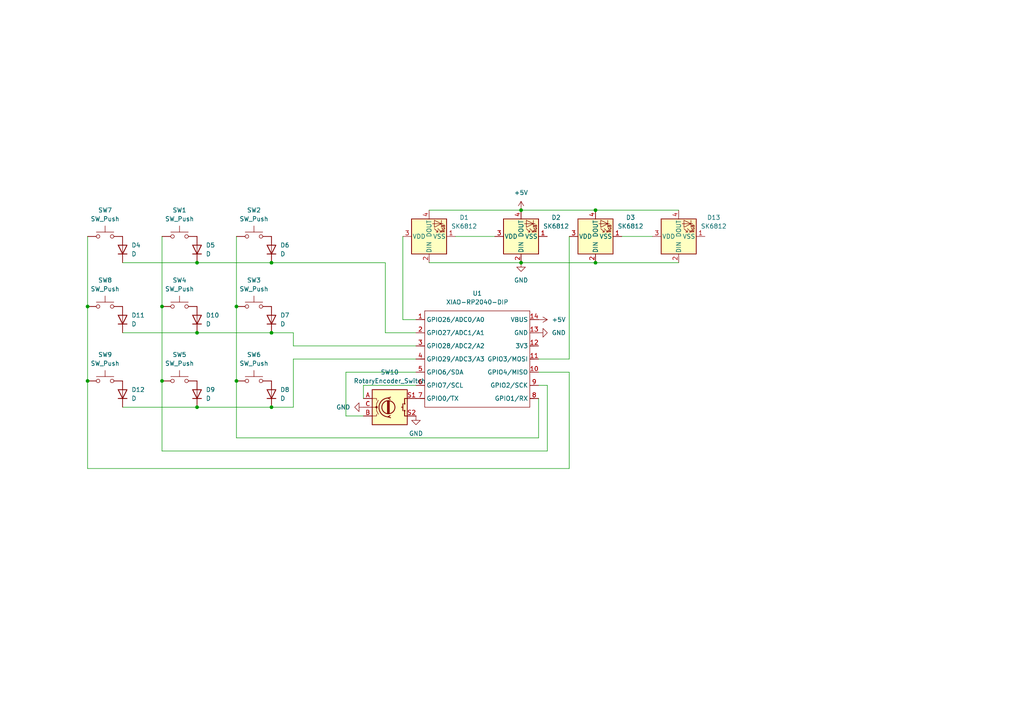
<source format=kicad_sch>
(kicad_sch (version 20231120) (generator "eeschema") (generator_version "8.0")
  (paper "A4")
  (lib_symbols
    (symbol "Device:D" (pin_numbers hide) (pin_names (offset 1.016) hide)
      (property "Reference" "D" (at 0 2.54 0))
      (property "Value" "D" (at 0 -2.54 0))
      (symbol "D_0_1"
        (polyline (pts (xy -1.27 1.27) (xy -1.27 -1.27)) (stroke (width 0.254)))
        (polyline (pts (xy 1.27 0) (xy -1.27 0)))
        (polyline (pts (xy 1.27 1.27) (xy 1.27 -1.27) (xy -1.27 0) (xy 1.27 1.27)) (stroke (width 0.254)))
      )
      (symbol "D_1_1"
        (pin passive line (at -3.81 0 0) (length 2.54) (name "K") (number "1"))
        (pin passive line (at 3.81 0 180) (length 2.54) (name "A") (number "2"))
      )
    )
    (symbol "Device:RotaryEncoder_Switch" (pin_names (offset 0.254) hide)
      (property "Reference" "SW" (at 0 6.604 0))
      (property "Value" "RotaryEncoder_Switch" (at 0 -6.604 0))
      (symbol "RotaryEncoder_Switch_0_1"
        (rectangle (start -5.08 5.08) (end 5.08 -5.08) (stroke (width 0.254)) (fill (type background)))
        (circle (center -3.81 0) (radius 0.254) (fill (type outline)))
        (circle (center -0.381 0) (radius 1.905) (stroke (width 0.254)))
        (arc (start -0.381 2.667) (mid -3.0988 -0.0635) (end -0.381 -2.794) (stroke (width 0.254)))
        (polyline (pts (xy -0.635 -1.778) (xy -0.635 1.778)) (stroke (width 0.254)))
        (polyline (pts (xy -0.381 -1.778) (xy -0.381 1.778)) (stroke (width 0.254)))
        (polyline (pts (xy -0.127 1.778) (xy -0.127 -1.778)) (stroke (width 0.254)))
        (polyline (pts (xy 3.81 0) (xy 3.429 0)) (stroke (width 0.254)))
        (polyline (pts (xy 3.81 1.016) (xy 3.81 -1.016)) (stroke (width 0.254)))
        (polyline (pts (xy -5.08 -2.54) (xy -3.81 -2.54) (xy -3.81 -2.032)))
        (polyline (pts (xy -5.08 2.54) (xy -3.81 2.54) (xy -3.81 2.032)))
        (polyline (pts (xy 0.254 -3.048) (xy -0.508 -2.794) (xy 0.127 -2.413)) (stroke (width 0.254)))
        (polyline (pts (xy 0.254 2.921) (xy -0.508 2.667) (xy 0.127 2.286)) (stroke (width 0.254)))
        (polyline (pts (xy 5.08 -2.54) (xy 4.318 -2.54) (xy 4.318 -1.016)) (stroke (width 0.254)))
        (polyline (pts (xy 5.08 2.54) (xy 4.318 2.54) (xy 4.318 1.016)) (stroke (width 0.254)))
        (polyline (pts (xy -5.08 0) (xy -3.81 0) (xy -3.81 -1.016) (xy -3.302 -2.032)))
        (polyline (pts (xy -4.318 0) (xy -3.81 0) (xy -3.81 1.016) (xy -3.302 2.032)))
        (circle (center 4.318 -1.016) (radius 0.127) (stroke (width 0.254)))
        (circle (center 4.318 1.016) (radius 0.127) (stroke (width 0.254)))
      )
      (symbol "RotaryEncoder_Switch_1_1"
        (pin passive line (at -7.62 2.54 0) (length 2.54) (name "A") (number "A"))
        (pin passive line (at -7.62 -2.54 0) (length 2.54) (name "B") (number "B"))
        (pin passive line (at -7.62 0 0) (length 2.54) (name "C") (number "C"))
        (pin passive line (at 7.62 2.54 180) (length 2.54) (name "S1") (number "S1"))
        (pin passive line (at 7.62 -2.54 180) (length 2.54) (name "S2") (number "S2"))
      )
    )
    (symbol "LED:SK6812" (pin_names (offset 0.254))
      (property "Reference" "D" (at 5.08 5.715 0))
      (property "Value" "SK6812" (at 1.27 -5.715 0))
      (symbol "SK6812_0_0"
        (text "RGB" (at 2.286 -4.191 0) (effects (font (size 0.762 0.762))))
      )
      (symbol "SK6812_0_1"
        (polyline (pts (xy 1.27 -3.556) (xy 1.778 -3.556)))
        (polyline (pts (xy 1.27 -2.54) (xy 1.778 -2.54)))
        (polyline (pts (xy 4.699 -3.556) (xy 2.667 -3.556)))
        (polyline (pts (xy 2.286 -2.54) (xy 1.27 -3.556) (xy 1.27 -3.048)))
        (polyline (pts (xy 2.286 -1.524) (xy 1.27 -2.54) (xy 1.27 -2.032)))
        (polyline (pts (xy 3.683 -1.016) (xy 3.683 -3.556) (xy 3.683 -4.064)))
        (polyline (pts (xy 4.699 -1.524) (xy 2.667 -1.524) (xy 3.683 -3.556) (xy 4.699 -1.524)))
        (rectangle (start 5.08 5.08) (end -5.08 -5.08) (stroke (width 0.254)) (fill (type background)))
      )
      (symbol "SK6812_1_1"
        (pin power_in line (at 0 -7.62 90) (length 2.54) (name "VSS") (number "1"))
        (pin input line (at -7.62 0 0) (length 2.54) (name "DIN") (number "2"))
        (pin power_in line (at 0 7.62 270) (length 2.54) (name "VDD") (number "3"))
        (pin output line (at 7.62 0 180) (length 2.54) (name "DOUT") (number "4"))
      )
    )
    (symbol "Seeed_Studio_XIAO_Series:XIAO-RP2040-DIP"
      (property "Reference" "U" (at 0 0 0))
      (property "Value" "XIAO-RP2040-DIP" (at 5.334 -1.778 0))
      (symbol "XIAO-RP2040-DIP_1_0"
        (polyline (pts (xy -1.27 -30.48) (xy -1.27 -16.51)) (stroke (width 0.1524)))
        (polyline (pts (xy -1.27 -27.94) (xy -2.54 -27.94)) (stroke (width 0.1524)))
        (polyline (pts (xy -1.27 -24.13) (xy -2.54 -24.13)) (stroke (width 0.1524)))
        (polyline (pts (xy -1.27 -20.32) (xy -2.54 -20.32)) (stroke (width 0.1524)))
        (polyline (pts (xy -1.27 -16.51) (xy -2.54 -16.51)) (stroke (width 0.1524)))
        (polyline (pts (xy -1.27 -16.51) (xy -1.27 -12.7)) (stroke (width 0.1524)))
        (polyline (pts (xy -1.27 -12.7) (xy -2.54 -12.7)) (stroke (width 0.1524)))
        (polyline (pts (xy -1.27 -12.7) (xy -1.27 -8.89)) (stroke (width 0.1524)))
        (polyline (pts (xy -1.27 -8.89) (xy -2.54 -8.89)) (stroke (width 0.1524)))
        (polyline (pts (xy -1.27 -8.89) (xy -1.27 -5.08)) (stroke (width 0.1524)))
        (polyline (pts (xy -1.27 -5.08) (xy -2.54 -5.08)) (stroke (width 0.1524)))
        (polyline (pts (xy -1.27 -5.08) (xy -1.27 -2.54)) (stroke (width 0.1524)))
        (polyline (pts (xy -1.27 -2.54) (xy 29.21 -2.54)) (stroke (width 0.1524)))
        (polyline (pts (xy 29.21 -30.48) (xy -1.27 -30.48)) (stroke (width 0.1524)))
        (polyline (pts (xy 29.21 -12.7) (xy 29.21 -30.48)) (stroke (width 0.1524)))
        (polyline (pts (xy 29.21 -8.89) (xy 29.21 -12.7)) (stroke (width 0.1524)))
        (polyline (pts (xy 29.21 -5.08) (xy 29.21 -8.89)) (stroke (width 0.1524)))
        (polyline (pts (xy 29.21 -2.54) (xy 29.21 -5.08)) (stroke (width 0.1524)))
        (polyline (pts (xy 30.48 -27.94) (xy 29.21 -27.94)) (stroke (width 0.1524)))
        (polyline (pts (xy 30.48 -24.13) (xy 29.21 -24.13)) (stroke (width 0.1524)))
        (polyline (pts (xy 30.48 -20.32) (xy 29.21 -20.32)) (stroke (width 0.1524)))
        (polyline (pts (xy 30.48 -16.51) (xy 29.21 -16.51)) (stroke (width 0.1524)))
        (polyline (pts (xy 30.48 -12.7) (xy 29.21 -12.7)) (stroke (width 0.1524)))
        (polyline (pts (xy 30.48 -8.89) (xy 29.21 -8.89)) (stroke (width 0.1524)))
        (polyline (pts (xy 30.48 -5.08) (xy 29.21 -5.08)) (stroke (width 0.1524)))
        (pin passive line (at -3.81 -5.08 0) (length 2.54) (name "GPIO26/ADC0/A0") (number "1"))
        (pin passive line (at 31.75 -20.32 180) (length 2.54) (name "GPIO4/MISO") (number "10"))
        (pin passive line (at 31.75 -16.51 180) (length 2.54) (name "GPIO3/MOSI") (number "11"))
        (pin passive line (at 31.75 -12.7 180) (length 2.54) (name "3V3") (number "12"))
        (pin passive line (at 31.75 -8.89 180) (length 2.54) (name "GND") (number "13"))
        (pin passive line (at 31.75 -5.08 180) (length 2.54) (name "VBUS") (number "14"))
        (pin passive line (at -3.81 -8.89 0) (length 2.54) (name "GPIO27/ADC1/A1") (number "2"))
        (pin passive line (at -3.81 -12.7 0) (length 2.54) (name "GPIO28/ADC2/A2") (number "3"))
        (pin passive line (at -3.81 -16.51 0) (length 2.54) (name "GPIO29/ADC3/A3") (number "4"))
        (pin passive line (at -3.81 -20.32 0) (length 2.54) (name "GPIO6/SDA") (number "5"))
        (pin passive line (at -3.81 -24.13 0) (length 2.54) (name "GPIO7/SCL") (number "6"))
        (pin passive line (at -3.81 -27.94 0) (length 2.54) (name "GPIO0/TX") (number "7"))
        (pin passive line (at 31.75 -27.94 180) (length 2.54) (name "GPIO1/RX") (number "8"))
        (pin passive line (at 31.75 -24.13 180) (length 2.54) (name "GPIO2/SCK") (number "9"))
      )
    )
    (symbol "Switch:SW_Push" (pin_numbers hide) (pin_names (offset 1.016) hide)
      (property "Reference" "SW" (at 1.27 2.54 0))
      (property "Value" "SW_Push" (at 0 -1.524 0))
      (symbol "SW_Push_0_1"
        (circle (center -2.032 0) (radius 0.508))
        (polyline (pts (xy 0 1.27) (xy 0 3.048)))
        (polyline (pts (xy 2.54 1.27) (xy -2.54 1.27)))
        (circle (center 2.032 0) (radius 0.508))
        (pin passive line (at -5.08 0 0) (length 2.54) (name "1") (number "1"))
        (pin passive line (at 5.08 0 180) (length 2.54) (name "2") (number "2"))
      )
    )
    (symbol "power:+5V" (power) (pin_numbers hide) (pin_names (offset 0) hide)
      (property "Value" "+5V" (at 0 3.556 0))
      (symbol "+5V_0_1"
        (polyline (pts (xy -0.762 1.27) (xy 0 2.54)))
        (polyline (pts (xy 0 0) (xy 0 2.54)))
        (polyline (pts (xy 0 2.54) (xy 0.762 1.27)))
      )
      (symbol "+5V_1_1"
        (pin power_in line (at 0 0 90) (length 0) (name "~") (number "1"))
      )
    )
    (symbol "power:GND" (power) (pin_numbers hide) (pin_names (offset 0) hide)
      (property "Value" "GND" (at 0 -3.81 0))
      (symbol "GND_0_1"
        (polyline (pts (xy 0 0) (xy 0 -1.27) (xy 1.27 -1.27) (xy 0 -2.54) (xy -1.27 -1.27) (xy 0 -1.27)))
      )
      (symbol "GND_1_1"
        (pin power_in line (at 0 0 270) (length 0) (name "~") (number "1"))
      )
    )
  )
  (junction (at 57.15 76.2))
  (junction (at 25.4 88.9))
  (junction (at 78.74 76.2))
  (junction (at 57.15 96.52))
  (junction (at 25.4 110.49))
  (junction (at 46.99 88.9))
  (junction (at 68.58 88.9))
  (junction (at 172.72 60.96))
  (junction (at 78.74 118.11))
  (junction (at 68.58 110.49))
  (junction (at 57.15 118.11))
  (junction (at 151.13 76.2))
  (junction (at 78.74 96.52))
  (junction (at 46.99 110.49))
  (junction (at 172.72 76.2))
  (junction (at 151.13 60.96))
  (wire (pts (xy 57.15 76.2) (xy 78.74 76.2)))
  (wire (pts (xy 35.56 76.2) (xy 57.15 76.2)))
  (wire (pts (xy 196.85 60.96) (xy 172.72 60.96)))
  (wire (pts (xy 165.1 104.14) (xy 156.21 104.14)))
  (wire (pts (xy 120.65 107.95) (xy 100.33 107.95)))
  (wire (pts (xy 151.13 60.96) (xy 124.46 60.96)))
  (wire (pts (xy 120.65 104.14) (xy 85.09 104.14)))
  (wire (pts (xy 111.76 96.52) (xy 120.65 96.52)))
  (wire (pts (xy 25.4 135.89) (xy 165.1 135.89)))
  (wire (pts (xy 116.84 68.58) (xy 116.84 92.71)))
  (wire (pts (xy 25.4 68.58) (xy 25.4 88.9)))
  (wire (pts (xy 158.75 111.76) (xy 156.21 111.76)))
  (wire (pts (xy 57.15 118.11) (xy 78.74 118.11)))
  (wire (pts (xy 120.65 111.76) (xy 105.41 111.76)))
  (wire (pts (xy 158.75 130.81) (xy 158.75 111.76)))
  (wire (pts (xy 78.74 76.2) (xy 111.76 76.2)))
  (wire (pts (xy 165.1 135.89) (xy 165.1 107.95)))
  (wire (pts (xy 25.4 88.9) (xy 25.4 110.49)))
  (wire (pts (xy 105.41 111.76) (xy 105.41 115.57)))
  (wire (pts (xy 85.09 104.14) (xy 85.09 118.11)))
  (wire (pts (xy 35.56 118.11) (xy 57.15 118.11)))
  (wire (pts (xy 68.58 88.9) (xy 68.58 110.49)))
  (wire (pts (xy 100.33 120.65) (xy 105.41 120.65)))
  (wire (pts (xy 57.15 96.52) (xy 35.56 96.52)))
  (wire (pts (xy 165.1 107.95) (xy 156.21 107.95)))
  (wire (pts (xy 116.84 92.71) (xy 120.65 92.71)))
  (wire (pts (xy 85.09 100.33) (xy 85.09 96.52)))
  (wire (pts (xy 68.58 127) (xy 156.21 127)))
  (wire (pts (xy 172.72 76.2) (xy 151.13 76.2)))
  (wire (pts (xy 172.72 60.96) (xy 151.13 60.96)))
  (wire (pts (xy 46.99 88.9) (xy 46.99 110.49)))
  (wire (pts (xy 78.74 96.52) (xy 57.15 96.52)))
  (wire (pts (xy 85.09 118.11) (xy 78.74 118.11)))
  (wire (pts (xy 46.99 130.81) (xy 158.75 130.81)))
  (wire (pts (xy 46.99 68.58) (xy 46.99 88.9)))
  (wire (pts (xy 196.85 76.2) (xy 172.72 76.2)))
  (wire (pts (xy 46.99 110.49) (xy 46.99 130.81)))
  (wire (pts (xy 189.23 68.58) (xy 180.34 68.58)))
  (wire (pts (xy 132.08 68.58) (xy 143.51 68.58)))
  (wire (pts (xy 165.1 68.58) (xy 165.1 104.14)))
  (wire (pts (xy 85.09 96.52) (xy 78.74 96.52)))
  (wire (pts (xy 124.46 76.2) (xy 151.13 76.2)))
  (wire (pts (xy 120.65 100.33) (xy 85.09 100.33)))
  (wire (pts (xy 100.33 107.95) (xy 100.33 120.65)))
  (wire (pts (xy 156.21 127) (xy 156.21 115.57)))
  (wire (pts (xy 111.76 76.2) (xy 111.76 96.52)))
  (wire (pts (xy 68.58 110.49) (xy 68.58 127)))
  (wire (pts (xy 25.4 110.49) (xy 25.4 135.89)))
  (wire (pts (xy 68.58 68.58) (xy 68.58 88.9)))
  (symbol (lib_id "power:GND") (at 156.21 96.52 90) (unit 1)
    (property "Reference" "#PWR04" (effects (hide yes)))
    (property "Value" "GND" (at 160.02 96.5199 90) (effects (justify right)))
    (property "Description" "Power symbol creates a global label with name \"GND\" , ground" (effects (hide yes)))
  )
  (symbol (lib_id "Switch:SW_Push") (at 73.66 88.9 0) (unit 1)
    (property "Reference" "SW3" (at 73.66 81.28 0))
    (property "Value" "SW_Push" (at 73.66 83.82 0))
    (property "Footprint" "Button_Switch_Keyboard:SW_Cherry_MX_1.00u_PCB" (effects (hide yes)))
    (property "Description" "Push button switch, generic, two pins" (effects (hide yes)))
  )
  (symbol (lib_id "Switch:SW_Push") (at 30.48 88.9 0) (unit 1)
    (property "Reference" "SW8" (at 30.48 81.28 0))
    (property "Value" "SW_Push" (at 30.48 83.82 0))
    (property "Footprint" "Button_Switch_Keyboard:SW_Cherry_MX_1.00u_PCB" (effects (hide yes)))
    (property "Description" "Push button switch, generic, two pins" (effects (hide yes)))
  )
  (symbol (lib_id "Switch:SW_Push") (at 73.66 68.58 0) (unit 1)
    (property "Reference" "SW2" (at 73.66 60.96 0))
    (property "Value" "SW_Push" (at 73.66 63.5 0))
    (property "Footprint" "Button_Switch_Keyboard:SW_Cherry_MX_1.00u_PCB" (effects (hide yes)))
    (property "Description" "Push button switch, generic, two pins" (effects (hide yes)))
  )
  (symbol (lib_id "Switch:SW_Push") (at 52.07 68.58 0) (unit 1)
    (property "Reference" "SW1" (at 52.07 60.96 0))
    (property "Value" "SW_Push" (at 52.07 63.5 0))
    (property "Footprint" "Button_Switch_Keyboard:SW_Cherry_MX_1.00u_PCB" (effects (hide yes)))
    (property "Description" "Push button switch, generic, two pins" (effects (hide yes)))
  )
  (symbol (lib_id "Device:D") (at 78.74 114.3 90) (unit 1)
    (property "Reference" "D8" (at 81.28 113.0299 90) (effects (justify right)))
    (property "Value" "D" (at 81.28 115.5699 90) (effects (justify right)))
    (property "Footprint" "Diode_THT:D_DO-35_SOD27_P7.62mm_Horizontal" (effects (hide yes)))
    (property "Description" "Diode" (effects (hide yes)))
    (property "Sim.Device" "D" (effects (hide yes)))
    (property "Sim.Pins" "1=K 2=A" (effects (hide yes)))
  )
  (symbol (lib_id "LED:SK6812") (at 124.46 68.58 90) (unit 1)
    (property "Reference" "D1" (at 134.62 63.0838 90))
    (property "Value" "SK6812" (at 134.62 65.6238 90))
    (property "Footprint" "LED_SMD:LED_SK6812_PLCC4_5.0x5.0mm_P3.2mm" (effects (hide yes)))
    (property "Datasheet" "https://cdn-shop.adafruit.com/product-files/1138/SK6812+LED+datasheet+.pdf" (effects (hide yes)))
    (property "Description" "RGB LED with integrated controller" (effects (hide yes)))
  )
  (symbol (lib_id "Switch:SW_Push") (at 73.66 110.49 0) (unit 1)
    (property "Reference" "SW6" (at 73.66 102.87 0))
    (property "Value" "SW_Push" (at 73.66 105.41 0))
    (property "Footprint" "Button_Switch_Keyboard:SW_Cherry_MX_1.00u_PCB" (effects (hide yes)))
    (property "Description" "Push button switch, generic, two pins" (effects (hide yes)))
  )
  (symbol (lib_id "Device:D") (at 35.56 114.3 90) (unit 1)
    (property "Reference" "D12" (at 38.1 113.0299 90) (effects (justify right)))
    (property "Value" "D" (at 38.1 115.5699 90) (effects (justify right)))
    (property "Footprint" "Diode_THT:D_DO-35_SOD27_P7.62mm_Horizontal" (effects (hide yes)))
    (property "Description" "Diode" (effects (hide yes)))
    (property "Sim.Device" "D" (effects (hide yes)))
    (property "Sim.Pins" "1=K 2=A" (effects (hide yes)))
  )
  (symbol (lib_id "power:+5V") (at 151.13 60.96 0) (unit 1)
    (property "Reference" "#PWR02" (effects (hide yes)))
    (property "Value" "+5V" (at 151.13 55.88 0))
    (property "Description" "Power symbol creates a global label with name \"+5V\"" (effects (hide yes)))
  )
  (symbol (lib_id "Switch:SW_Push") (at 52.07 110.49 0) (unit 1)
    (property "Reference" "SW5" (at 52.07 102.87 0))
    (property "Value" "SW_Push" (at 52.07 105.41 0))
    (property "Footprint" "Button_Switch_Keyboard:SW_Cherry_MX_1.00u_PCB" (effects (hide yes)))
    (property "Description" "Push button switch, generic, two pins" (effects (hide yes)))
  )
  (symbol (lib_id "Device:RotaryEncoder_Switch") (at 113.03 118.11 0) (unit 1)
    (property "Reference" "SW10" (at 113.03 107.95 0))
    (property "Value" "RotaryEncoder_Switch" (at 113.03 110.49 0))
    (property "Footprint" "Rotary_Encoder:RotaryEncoder_Alps_EC11E-Switch_Vertical_H20mm_CircularMountingHoles" (effects (hide yes)))
    (property "Description" "Rotary encoder, dual channel, incremental quadrate outputs, with switch" (effects (hide yes)))
  )
  (symbol (lib_id "Device:D") (at 57.15 92.71 90) (unit 1)
    (property "Reference" "D10" (at 59.69 91.4399 90) (effects (justify right)))
    (property "Value" "D" (at 59.69 93.9799 90) (effects (justify right)))
    (property "Footprint" "Diode_THT:D_DO-35_SOD27_P7.62mm_Horizontal" (effects (hide yes)))
    (property "Description" "Diode" (effects (hide yes)))
    (property "Sim.Device" "D" (effects (hide yes)))
    (property "Sim.Pins" "1=K 2=A" (effects (hide yes)))
  )
  (symbol (lib_id "power:GND") (at 120.65 120.65 0) (unit 1)
    (property "Reference" "#PWR010" (effects (hide yes)))
    (property "Value" "GND" (at 120.65 125.73 0))
    (property "Description" "Power symbol creates a global label with name \"GND\" , ground" (effects (hide yes)))
  )
  (symbol (lib_id "LED:SK6812") (at 196.85 68.58 90) (unit 1)
    (property "Reference" "D13" (at 207.01 63.0838 90))
    (property "Value" "SK6812" (at 207.01 65.6238 90))
    (property "Footprint" "LED_SMD:LED_SK6812_PLCC4_5.0x5.0mm_P3.2mm" (effects (hide yes)))
    (property "Datasheet" "https://cdn-shop.adafruit.com/product-files/1138/SK6812+LED+datasheet+.pdf" (effects (hide yes)))
    (property "Description" "RGB LED with integrated controller" (effects (hide yes)))
  )
  (symbol (lib_id "LED:SK6812") (at 151.13 68.58 90) (unit 1)
    (property "Reference" "D2" (at 161.29 63.0838 90))
    (property "Value" "SK6812" (at 161.29 65.6238 90))
    (property "Footprint" "LED_SMD:LED_SK6812_PLCC4_5.0x5.0mm_P3.2mm" (effects (hide yes)))
    (property "Datasheet" "https://cdn-shop.adafruit.com/product-files/1138/SK6812+LED+datasheet+.pdf" (effects (hide yes)))
    (property "Description" "RGB LED with integrated controller" (effects (hide yes)))
  )
  (symbol (lib_id "Switch:SW_Push") (at 52.07 88.9 0) (unit 1)
    (property "Reference" "SW4" (at 52.07 81.28 0))
    (property "Value" "SW_Push" (at 52.07 83.82 0))
    (property "Footprint" "Button_Switch_Keyboard:SW_Cherry_MX_1.00u_PCB" (effects (hide yes)))
    (property "Description" "Push button switch, generic, two pins" (effects (hide yes)))
  )
  (symbol (lib_id "Device:D") (at 78.74 92.71 90) (unit 1)
    (property "Reference" "D7" (at 81.28 91.4399 90) (effects (justify right)))
    (property "Value" "D" (at 81.28 93.9799 90) (effects (justify right)))
    (property "Footprint" "Diode_THT:D_DO-35_SOD27_P7.62mm_Horizontal" (effects (hide yes)))
    (property "Description" "Diode" (effects (hide yes)))
    (property "Sim.Device" "D" (effects (hide yes)))
    (property "Sim.Pins" "1=K 2=A" (effects (hide yes)))
  )
  (symbol (lib_id "Device:D") (at 35.56 72.39 90) (unit 1)
    (property "Reference" "D4" (at 38.1 71.1199 90) (effects (justify right)))
    (property "Value" "D" (at 38.1 73.6599 90) (effects (justify right)))
    (property "Footprint" "Diode_THT:D_DO-35_SOD27_P7.62mm_Horizontal" (effects (hide yes)))
    (property "Description" "Diode" (effects (hide yes)))
    (property "Sim.Device" "D" (effects (hide yes)))
    (property "Sim.Pins" "1=K 2=A" (effects (hide yes)))
  )
  (symbol (lib_id "Device:D") (at 57.15 114.3 90) (unit 1)
    (property "Reference" "D9" (at 59.69 113.0299 90) (effects (justify right)))
    (property "Value" "D" (at 59.69 115.5699 90) (effects (justify right)))
    (property "Footprint" "Diode_THT:D_DO-35_SOD27_P7.62mm_Horizontal" (effects (hide yes)))
    (property "Description" "Diode" (effects (hide yes)))
    (property "Sim.Device" "D" (effects (hide yes)))
    (property "Sim.Pins" "1=K 2=A" (effects (hide yes)))
  )
  (symbol (lib_id "power:GND") (at 151.13 76.2 0) (unit 1)
    (property "Reference" "#PWR03" (effects (hide yes)))
    (property "Value" "GND" (at 151.13 81.28 0))
    (property "Description" "Power symbol creates a global label with name \"GND\" , ground" (effects (hide yes)))
  )
  (symbol (lib_id "Device:D") (at 78.74 72.39 90) (unit 1)
    (property "Reference" "D6" (at 81.28 71.1199 90) (effects (justify right)))
    (property "Value" "D" (at 81.28 73.6599 90) (effects (justify right)))
    (property "Footprint" "Diode_THT:D_DO-35_SOD27_P7.62mm_Horizontal" (effects (hide yes)))
    (property "Description" "Diode" (effects (hide yes)))
    (property "Sim.Device" "D" (effects (hide yes)))
    (property "Sim.Pins" "1=K 2=A" (effects (hide yes)))
  )
  (symbol (lib_id "Switch:SW_Push") (at 30.48 110.49 0) (unit 1)
    (property "Reference" "SW9" (at 30.48 102.87 0))
    (property "Value" "SW_Push" (at 30.48 105.41 0))
    (property "Footprint" "Button_Switch_Keyboard:SW_Cherry_MX_1.00u_PCB" (effects (hide yes)))
    (property "Description" "Push button switch, generic, two pins" (effects (hide yes)))
  )
  (symbol (lib_id "power:+5V") (at 156.21 92.71 270) (unit 1)
    (property "Reference" "#PWR05" (effects (hide yes)))
    (property "Value" "+5V" (at 160.02 92.7099 90) (effects (justify left)))
    (property "Description" "Power symbol creates a global label with name \"+5V\"" (effects (hide yes)))
  )
  (symbol (lib_id "Device:D") (at 35.56 92.71 90) (unit 1)
    (property "Reference" "D11" (at 38.1 91.4399 90) (effects (justify right)))
    (property "Value" "D" (at 38.1 93.9799 90) (effects (justify right)))
    (property "Footprint" "Diode_THT:D_DO-35_SOD27_P7.62mm_Horizontal" (effects (hide yes)))
    (property "Description" "Diode" (effects (hide yes)))
    (property "Sim.Device" "D" (effects (hide yes)))
    (property "Sim.Pins" "1=K 2=A" (effects (hide yes)))
  )
  (symbol (lib_id "Device:D") (at 57.15 72.39 90) (unit 1)
    (property "Reference" "D5" (at 59.69 71.1199 90) (effects (justify right)))
    (property "Value" "D" (at 59.69 73.6599 90) (effects (justify right)))
    (property "Footprint" "Diode_THT:D_DO-35_SOD27_P7.62mm_Horizontal" (effects (hide yes)))
    (property "Description" "Diode" (effects (hide yes)))
    (property "Sim.Device" "D" (effects (hide yes)))
    (property "Sim.Pins" "1=K 2=A" (effects (hide yes)))
  )
  (symbol (lib_id "Switch:SW_Push") (at 30.48 68.58 0) (unit 1)
    (property "Reference" "SW7" (at 30.48 60.96 0))
    (property "Value" "SW_Push" (at 30.48 63.5 0))
    (property "Footprint" "Button_Switch_Keyboard:SW_Cherry_MX_1.00u_PCB" (effects (hide yes)))
    (property "Description" "Push button switch, generic, two pins" (effects (hide yes)))
  )
  (symbol (lib_id "Seeed_Studio_XIAO_Series:XIAO-RP2040-DIP") (at 124.46 87.63 0) (unit 1)
    (property "Reference" "U1" (at 138.43 85.09 0))
    (property "Value" "XIAO-RP2040-DIP" (at 138.43 87.63 0))
    (property "Footprint" "Seeed Studio XIAO Series Library:XIAO-RP2040-DIP" (effects (hide yes)))
  )
  (symbol (lib_id "power:GND") (at 105.41 118.11 270) (unit 1)
    (property "Reference" "#PWR011" (effects (hide yes)))
    (property "Value" "GND" (at 101.6 118.1099 90) (effects (justify right)))
    (property "Description" "Power symbol creates a global label with name \"GND\" , ground" (effects (hide yes)))
  )
  (symbol (lib_id "LED:SK6812") (at 172.72 68.58 90) (unit 1)
    (property "Reference" "D3" (at 182.88 63.0838 90))
    (property "Value" "SK6812" (at 182.88 65.6238 90))
    (property "Footprint" "LED_SMD:LED_SK6812_PLCC4_5.0x5.0mm_P3.2mm" (effects (hide yes)))
    (property "Datasheet" "https://cdn-shop.adafruit.com/product-files/1138/SK6812+LED+datasheet+.pdf" (effects (hide yes)))
    (property "Description" "RGB LED with integrated controller" (effects (hide yes)))
  )
)
</source>
